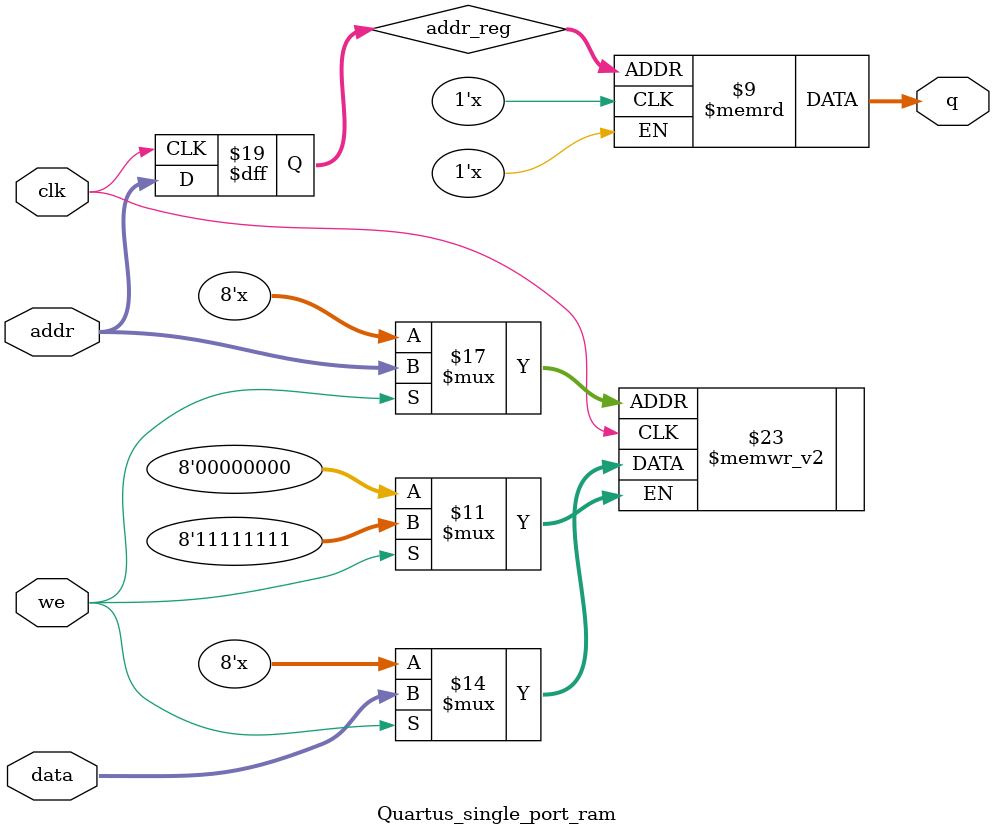
<source format=sv>

module Quartus_single_port_ram
#(parameter DATA_WIDTH=8, parameter ADDR_WIDTH=8, DEPTH = 160)
(
	input [(DATA_WIDTH-1):0] data,
	input [(ADDR_WIDTH-1):0] addr,
	input we, clk,
	output [(DATA_WIDTH-1):0] q
);

	// Declare the RAM variable
	reg [DATA_WIDTH-1:0] ram[DEPTH-1:0];

	// Variable to hold the registered read address
	reg [ADDR_WIDTH-1:0] addr_reg;

	always @ (posedge clk)
	begin
		// Write
		if (we)
			ram[addr] <= data;

		addr_reg <= addr;
	end

	// Continuous assignment implies read returns NEW data.
	// This is the natural behavior of the TriMatrix memory
	// blocks in Single Port mode.  
	assign q = ram[addr_reg];

endmodule

</source>
